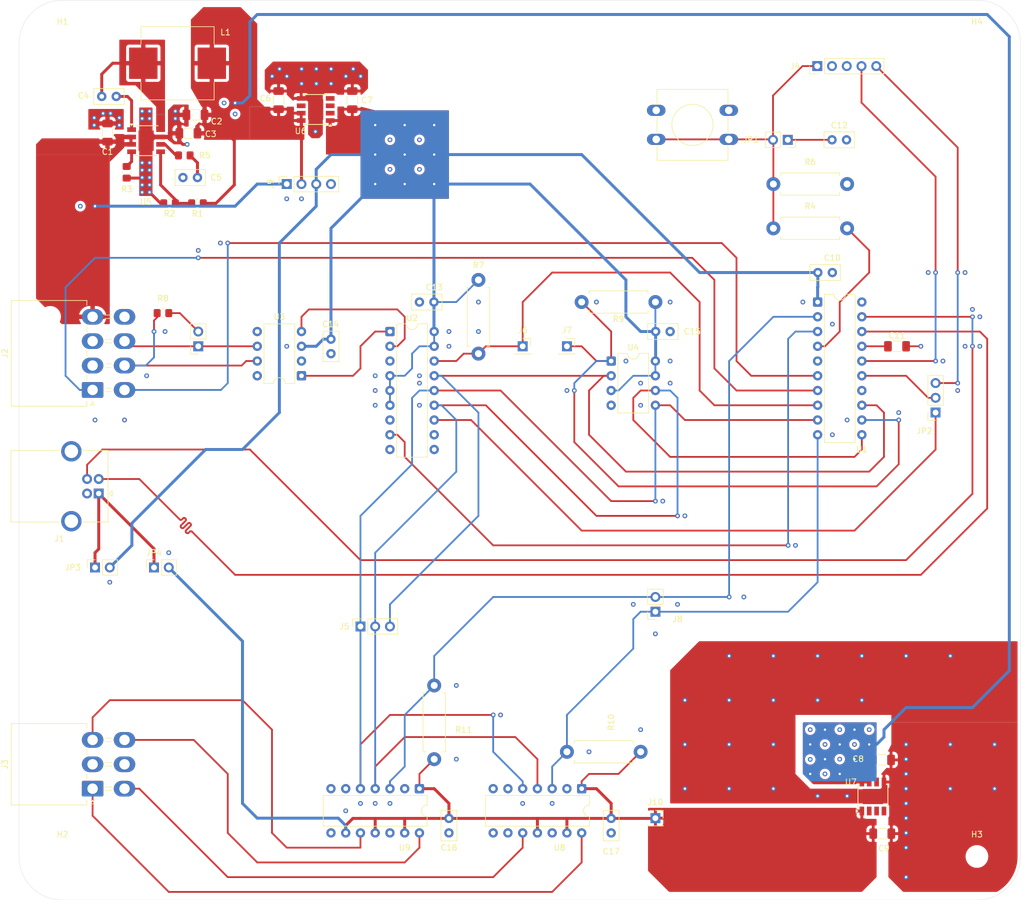
<source format=kicad_pcb>
(kicad_pcb (version 20241229) (generator "pcbnew") (generator_version "9.0")
  (layers (0 "F.Cu" signal) (4 "In1.Cu" signal) (6 "In2.Cu" signal) (2 "B.Cu" power) (13 "F.Paste" user) (15 "B.Paste" user) (5 "F.SilkS" user "F.Silkscreen") (7 "B.SilkS" user "B.Silkscreen") (1 "F.Mask" user) (3 "B.Mask" user) (25 "Edge.Cuts" user))
  (net 0 "")
  (net 1 "+12V")
  (net 2 "GND")
  (net 3 "+6.5V")
  (net 4 "Net-(U5-BST)")
  (net 5 "Net-(U5-SW)")
  (net 6 "Net-(C5-Pad2)")
  (net 7 "+5V")
  (net 8 "+5VA")
  (net 9 "Net-(U1-Vusb3v3)")
  (net 10 "Net-(JP1-A)")
  (net 12 "/USB_D+")
  (net 13 "VBUS")
  (net 15 "/USB_D-")
  (net 16 "/CAN_L")
  (net 17 "/Tach")
  (net 18 "/Speed")
  (net 19 "/CAN_H")
  (net 20 "/AN1")
  (net 21 "/AN4")
  (net 22 "/AN2")
  (net 23 "/AN3")
  (net 24 "/ICSP_~{MCLR}")
  (net 25 "/ICSP_CLK")
  (net 26 "/ICSP_DAT")
  (net 27 "/DAC1_~{CS}")
  (net 28 "/MISO")
  (net 29 "/ROM_~{CS}")
  (net 30 "/DAC2_~{CS}")
  (net 31 "/SCK")
  (net 32 "/MOSI")
  (net 33 "/CAN_~{CS}")
  (net 34 "/INT")
  (net 35 "Net-(JP5-B)")
  (net 36 "Net-(U5-FB)")
  (net 37 "Net-(U5-RT{slash}CLK)")
  (net 38 "/~{MCLR}")
  (net 39 "Net-(U5-COMP)")
  (net 41 "/CLK")
  (net 42 "/CAN_RX")
  (net 47 "/CAN_TX")
  (net 64 "/INT{slash}ICSP_CLK")
  (footprint "Connector_PinSocket_2.54mm:PinSocket_1x02_P2.54mm_Vertical" (layer "F.Cu") (at 55.88 134.62 180)
    (property "Reference" "JP5" (hide yes))
    (property "Value" "Term")
  )
  (footprint "Package_DIP:DIP-14_W7.62mm" (layer "F.Cu") (at 121.92 210.82 -90)
    (property "Reference" "U8")
    (property "Value" "MCP4912" (hide yes))
  )
  (footprint "Capacitor_THT:C_Disc_D5.0mm_W2.5mm_P2.50mm" (layer "F.Cu") (at 137.16 132.08 180)
    (property "Reference" "C15")
    (property "Value" "100n" (hide yes))
  )
  (footprint "Connector_PinSocket_2.54mm:PinSocket_1x01_P2.54mm_Vertical" (layer "F.Cu") (at 111.76 134.62)
    (property "Reference" "J6")
    (property "Value" "CAN CS")
  )
  (footprint "Connector_PinSocket_2.54mm:PinSocket_1x02_P2.54mm_Vertical" (layer "F.Cu") (at 38.1 172.72 90)
    (property "Reference" "JP3")
    (property "Value" "USB_PWR")
  )
  (footprint "Capacitor_THT:C_Disc_D5.0mm_W2.5mm_P2.50mm" (layer "F.Cu") (at 93.98 127)
    (property "Reference" "C13")
    (property "Value" "100n" (hide yes))
  )
  (footprint "Connector_PinHeader_2.54mm:PinHeader_1x05_P2.54mm_Vertical" (layer "F.Cu") (at 162.5 86.36 90)
    (property "Reference" "J4")
    (property "Value" "ICSP")
  )
  (footprint "Capacitor_THT:C_Disc_D5.0mm_W2.5mm_P2.50mm" (layer "F.Cu") (at 99.06 215.94 -90)
    (property "Reference" "C16")
    (property "Value" "100n" (hide yes))
  )
  (footprint "Connector_PinSocket_2.54mm:PinSocket_1x03_P2.54mm_Vertical" (layer "F.Cu") (at 182.88 146.035 180)
    (property "Reference" "JP2")
    (property "Value" "Prog")
  )
  (footprint "Resistor_SMD:R_0805_2012Metric_Pad1.20x1.40mm_HandSolder" (layer "F.Cu") (at 49.8 128.905 180)
    (property "Reference" "R8")
    (property "Value" "120" (hide yes))
  )
  (footprint "Resistor_SMD:R_0805_2012Metric_Pad1.20x1.40mm_HandSolder" (layer "F.Cu") (at 55.745 110)
    (property "Reference" "R1")
    (property "Value" "73k2" (hide yes))
  )
  (footprint "Connector_PinSocket_2.54mm:PinSocket_1x02_P2.54mm_Vertical" (layer "F.Cu") (at 157.42 99.06 -90)
    (property "Reference" "JP1")
    (property "Value" "~{Prog}")
  )
  (footprint "Capacitor_THT:C_Disc_D5.0mm_W2.5mm_P2.50mm" (layer "F.Cu") (at 39.255 91.585)
    (property "Reference" "C4")
    (property "Value" "100n" (hide yes))
  )
  (footprint "Capacitor_THT:C_Disc_D5.0mm_W2.5mm_P2.50mm" (layer "F.Cu") (at 165.04 99.06)
    (property "Reference" "C12")
    (property "Value" "100n" (hide yes))
  )
  (footprint "Capacitor_SMD:C_1206_3216Metric_Pad1.33x1.80mm_HandSolder" (layer "F.Cu") (at 176.2375 134.62)
    (property "Reference" "C11")
    (property "Value" "1u" (hide yes))
  )
  (footprint "Package_DIP:DIP-8_W7.62mm" (layer "F.Cu") (at 127 137.16)
    (property "Reference" "U4")
    (property "Value" "25LC160C" (hide yes))
  )
  (footprint "Resistor_THT:R_Axial_DIN0411_L9.9mm_D3.6mm_P12.70mm_Horizontal" (layer "F.Cu") (at 132.08 204.47 180)
    (property "Reference" "R10")
    (property "Value" "10k" (hide yes))
  )
  (footprint "Connector_PinSocket_2.54mm:PinSocket_1x02_P2.54mm_Vertical" (layer "F.Cu") (at 134.62 180.34 180)
    (property "Reference" "J8")
    (property "Value" "DAC CS")
  )
  (footprint "Capacitor_SMD:C_1206_3216Metric_Pad1.33x1.80mm_HandSolder" (layer "F.Cu") (at 69.715 92.22 90)
    (property "Reference" "C6")
    (property "Value" "22u" (hide yes))
  )
  (footprint "Capacitor_THT:C_Disc_D5.0mm_W2.5mm_P2.50mm" (layer "F.Cu") (at 53.245 105.555)
    (property "Reference" "C5")
    (property "Value" "100n" (hide yes))
  )
  (footprint "Resistor_SMD:R_0805_2012Metric_Pad1.20x1.40mm_HandSolder" (layer "F.Cu") (at 43.553 104.65 -90)
    (property "Reference" "R3")
    (property "Value" "50k" (hide yes))
  )
  (footprint "Button_Switch_THT:SW_PUSH-12mm" (layer "F.Cu") (at 134.76 93.98)
    (property "Reference" "SW1" (hide yes))
    (property "Value" "Reset")
  )
  (footprint "Resistor_SMD:R_0805_2012Metric_Pad1.20x1.40mm_HandSolder" (layer "F.Cu") (at 50.935 110)
    (property "Reference" "R2")
    (property "Value" "10k" (hide yes))
  )
  (footprint "Connector_Molex:Molex_Mini-Fit_Jr_5569-06A2_2x03_P4.20mm_Horizontal" (layer "F.Cu") (at 37.68 210.82 90)
    (property "Reference" "J3")
    (property "Value" "Analog")
  )
  (footprint "Resistor_THT:R_Axial_DIN0411_L9.9mm_D3.6mm_P12.70mm_Horizontal" (layer "F.Cu") (at 96.52 205.74 90)
    (property "Reference" "R11")
    (property "Value" "10k" (hide yes))
  )
  (footprint "Connector_Molex:Molex_Mini-Fit_Jr_5569-08A2_2x04_P4.20mm_Horizontal" (layer "F.Cu") (at 37.68 142.14 90)
    (property "Reference" "J2")
    (property "Value" "Conn_02x04_Top_Bottom" (hide yes))
  )
  (footprint "Capacitor_THT:C_Disc_D5.0mm_W2.5mm_P2.50mm" (layer "F.Cu") (at 78.74 135.89 90)
    (property "Reference" "C14")
    (property "Value" "100n" (hide yes))
  )
  (footprint "Resistor_SMD:R_0805_2012Metric_Pad1.20x1.40mm_HandSolder" (layer "F.Cu") (at 53.475 101.745 180)
    (property "Reference" "R5")
    (property "Value" "12k" (hide yes))
  )
  (footprint "Package_DIP:DIP-14_W7.62mm" (layer "F.Cu") (at 93.98 210.82 -90)
    (property "Reference" "U9")
    (property "Value" "MCP4912" (hide yes))
  )
  (footprint "Connector_USB:USB_B_OST_USB-B1HSxx_Horizontal" (layer "F.Cu") (at 38.735 159.98 180)
    (property "Reference" "J1")
    (property "Value" "USB_B")
  )
  (footprint "Capacitor_SMD:C_1206_3216Metric_Pad1.33x1.80mm_HandSolder" (layer "F.Cu") (at 173.6475 205.861875)
    (property "Reference" "C8")
    (property "Value" "22u" (hide yes))
  )
  (footprint "MountingHole:MountingHole_3.2mm_M3_DIN965" (layer "F.Cu") (at 32.5 222.5)
    (property "Reference" "H2")
    (property "Value" "MountingHole")
  )
  (footprint "MountingHole:MountingHole_3.2mm_M3_DIN965" (layer "F.Cu") (at 190 222.5)
    (property "Reference" "H3")
    (property "Value" "MountingHole")
  )
  (footprint "Package_SO:Diodes_SO-8EP" (layer "F.Cu") (at 172.085 212.169375 90)
    (property "Reference" "U7")
    (property "Value" "AP7375Q" (hide yes))
  )
  (footprint "MountingHole:MountingHole_3.2mm_M3_DIN965" (layer "F.Cu") (at 190 82.5)
    (property "Reference" "H4")
    (property "Value" "MountingHole")
  )
  (footprint "Connector_PinSocket_2.54mm:PinSocket_1x04_P2.54mm_Vertical" (layer "F.Cu") (at 71.12 106.68 90)
    (property "Reference" "J9")
    (property "Value" "Conn_01x04_Socket" (hide yes))
  )
  (footprint "Connector_PinSocket_2.54mm:PinSocket_1x02_P2.54mm_Vertical" (layer "F.Cu") (at 48.26 172.72 90)
    (property "Reference" "JP4")
    (property "Value" "USB_PWR" (hide yes))
  )
  (footprint "Capacitor_SMD:C_1206_3216Metric_Pad1.33x1.80mm_HandSolder" (layer "F.Cu") (at 40.251 97.808 90)
    (property "Reference" "C1")
    (property "Value" "22u" (hide yes))
  )
  (footprint "Package_DIP:DIP-20_W7.62mm" (layer "F.Cu") (at 162.56 127)
    (property "Reference" "U1")
    (property "Value" "PIC16F1459-IP" (hide yes))
  )
  (footprint "Package_SO:Diodes_SO-8EP" (layer "F.Cu") (at 46.8975 99.205)
    (property "Reference" "U5")
    (property "Value" "AP64100Q" (hide yes))
  )
  (footprint "Resistor_THT:R_Axial_DIN0411_L9.9mm_D3.6mm_P12.70mm_Horizontal" (layer "F.Cu") (at 134.62 127 180)
    (property "Reference" "R9")
    (property "Value" "10k" (hide yes))
  )
  (footprint "Inductor_SMD:L_Wuerth_WE-PD-Typ-LS_Handsoldering" (layer "F.Cu") (at 52.316 85.87)
    (property "Reference" "L1")
    (property "Value" "15u" (hide yes))
  )
  (footprint "Package_DIP:DIP-18_W7.62mm" (layer "F.Cu") (at 88.9 132.08)
    (property "Reference" "U2")
    (property "Value" "MCP2515-I/P" (hide yes))
  )
  (footprint "Capacitor_SMD:C_1206_3216Metric_Pad1.33x1.80mm_HandSolder" (layer "F.Cu") (at 54.1825 97.935)
    (property "Reference" "C3")
    (property "Value" "22u" (hide yes))
  )
  (footprint "Resistor_THT:R_Axial_DIN0411_L9.9mm_D3.6mm_P12.70mm_Horizontal" (layer "F.Cu") (at 104.14 123.19 -90)
    (property "Reference" "R7")
    (property "Value" "10k" (hide yes))
  )
  (footprint "Capacitor_THT:C_Disc_D5.0mm_W2.5mm_P2.50mm" (layer "F.Cu") (at 162.6 121.92)
    (property "Reference" "C10")
    (property "Value" "100n" (hide yes))
  )
  (footprint "Connector_PinSocket_2.54mm:PinSocket_1x01_P2.54mm_Vertical" (layer "F.Cu") (at 119.38 134.62)
    (property "Reference" "J7")
    (property "Value" "ROM CS")
  )
  (footprint "Capacitor_SMD:C_1206_3216Metric_Pad1.33x1.80mm_HandSolder" (layer "F.Cu") (at 55.4025 94.76)
    (property "Reference" "C2")
    (property "Value" "22u" (hide yes))
  )
  (footprint "Resistor_THT:R_Axial_DIN0411_L9.9mm_D3.6mm_P12.70mm_Horizontal" (layer "F.Cu") (at 167.64 106.68 180)
    (property "Reference" "R6")
    (property "Value" "10k" (hide yes))
  )
  (footprint "Capacitor_SMD:C_1206_3216Metric_Pad1.33x1.80mm_HandSolder" (layer "F.Cu") (at 173.6975 218.561875)
    (property "Reference" "C9")
    (property "Value" "22u" (hide yes))
  )
  (footprint "MountingHole:MountingHole_3.2mm_M3_DIN965" (layer "F.Cu") (at 32.5 82.5)
    (property "Reference" "H1")
    (property "Value" "MountingHole")
  )
  (footprint "Connector_PinSocket_2.54mm:PinSocket_1x01_P2.54mm_Vertical" (layer "F.Cu") (at 134.62 215.9)
    (property "Reference" "J10")
    (property "Value" "+5VA")
  )
  (footprint "Package_DIP:DIP-8_W7.62mm" (layer "F.Cu") (at 73.66 139.7 180)
    (property "Reference" "U3")
    (property "Value" "MCP2561-E-P" (hide yes))
  )
  (footprint "Capacitor_THT:C_Disc_D5.0mm_W2.5mm_P2.50mm" (layer "F.Cu") (at 127 215.94 -90)
    (property "Reference" "C17")
    (property "Value" "100n" (hide yes))
  )
  (footprint "Capacitor_SMD:C_1206_3216Metric_Pad1.33x1.80mm_HandSolder" (layer "F.Cu") (at 82.415 92.22 90)
    (property "Reference" "C7")
    (property "Value" "22u" (hide yes))
  )
  (footprint "Package_SO:Diodes_SO-8EP" (layer "F.Cu") (at 76.1075 93.8325 180)
    (property "Reference" "U6")
    (property "Value" "AP7375Q" (hide yes))
  )
  (footprint "Connector_PinSocket_2.54mm:PinSocket_1x03_P2.54mm_Vertical" (layer "F.Cu") (at 83.82 182.88 90)
    (property "Reference" "J5")
    (property "Value" "SPI debug")
  )
  (footprint "Resistor_THT:R_Axial_DIN0411_L9.9mm_D3.6mm_P12.70mm_Horizontal" (layer "F.Cu") (at 154.94 114.3)
    (property "Reference" "R4")
    (property "Value" "220" (hide yes))
  )
  (gr_arc (start 25 82.5) (mid 27.196699 77.196699) (end 32.5 75) (stroke (width 0.05)) (layer "Edge.Cuts"))
  (gr_arc (start 197.5 222.5) (mid 195.303301 227.803301) (end 190 230) (stroke (width 0.05)) (layer "Edge.Cuts"))
  (gr_line (start 32.5 230) (end 190 230) (stroke (width 0.05)) (layer "Edge.Cuts"))
  (gr_arc (start 32.5 230) (mid 27.196699 227.803301) (end 25 222.5) (stroke (width 0.05)) (layer "Edge.Cuts"))
  (gr_line (start 25 222.5) (end 25 82.5) (stroke (width 0.05)) (layer "Edge.Cuts"))
  (gr_line (start 32.5 75) (end 190 75) (stroke (width 0.05)) (layer "Edge.Cuts"))
  (gr_line (start 197.5 82.5) (end 197.5 222.5) (stroke (width 0.05)) (layer "Edge.Cuts"))
  (gr_arc (start 190 75) (mid 195.303301 77.196699) (end 197.5 82.5) (stroke (width 0.05)) (layer "Edge.Cuts"))
  (via (at 38.1 110.49) (size 0.8128) (drill 0.4) (layers "F.Cu" "B.Cu") (net 1))
  (segment (start 38.1 110.49) (end 62.23 110.49) (width 0.508) (layer "B.Cu") (net 1))
  (segment (start 62.23 110.49) (end 66.04 106.68) (width 0.508) (layer "B.Cu") (net 1))
  (segment (start 66.04 106.68) (end 71.12 106.68) (width 0.508) (layer "B.Cu") (net 1))
  (segment (start 49.395 110) (end 47.49 108.095) (width 0.508) (layer "F.Cu") (net 2))
  (segment (start 53.967 99.84) (end 53.205 99.84) (width 0.508) (layer "F.Cu") (net 2))
  (segment (start 46.125 105.65) (end 46.22 105.555) (width 0.508) (layer "F.Cu") (net 2))
  (segment (start 53.205 99.84) (end 52.62 99.255) (width 0.508) (layer "F.Cu") (net 2))
  (segment (start 52.62 99.255) (end 52.62 97.935) (width 0.508) (layer "F.Cu") (net 2))
  (segment (start 177.8 134.62) (end 180.34 134.62) (width 0.3048) (layer "F.Cu") (net 2))
  (segment (start 49.935 110) (end 49.395 110) (width 0.508) (layer "F.Cu") (net 2))
  (segment (start 43.553 105.65) (end 46.125 105.65) (width 0.508) (layer "F.Cu") (net 2))
  (via (at 165.1 149.86) (size 0.8128) (drill 0.4) (layers "F.Cu" "B.Cu") (net 2))
  (via (at 139.7 203.2) (size 0.8128) (drill 0.4) (layers "F.Cu" "B.Cu") (net 2))
  (via (at 190.5 129.54) (size 0.8128) (drill 0.4) (layers "F.Cu" "B.Cu") (net 2))
  (via (at 167.64 147.32) (size 0.8128) (drill 0.4) (layers "F.Cu" "B.Cu") (net 2))
  (via (at 119.38 142.24) (size 0.8128) (drill 0.4) (layers "F.Cu" "B.Cu") (net 2))
  (via (at 132.08 200.66) (size 0.8128) (drill 0.4) (layers "F.Cu" "B.Cu") (net 2))
  (via (at 177.8 215.9) (size 0.8128) (drill 0.4) (layers "F.Cu" "B.Cu") (net 2))
  (via (at 137.16 137.16) (size 0.8128) (drill 0.4) (layers "F.Cu" "B.Cu") (net 2))
  (via (at 139.7 195.58) (size 0.8128) (drill 0.4) (layers "F.Cu" "B.Cu") (net 2))
  (via (at 177.8 226.06) (size 0.8128) (drill 0.4) (layers "F.Cu" "B.Cu") (net 2))
  (via (at 180.34 134.62) (size 0.8128) (drill 0.4) (layers "F.Cu" "B.Cu") (net 2))
  (via (at 177.8 220.98) (size 0.8128) (drill 0.4) (layers "F.Cu" "B.Cu") (net 2))
  (via (at 39.489 94.506) (size 0.8128) (drill 0.4) (layers "F.Cu" "B.Cu") (net 2))
  (via (at 88.9 99.06) (size 0.8128) (drill 0.4) (layers "F.Cu" "B.Cu") (net 2))
  (via (at 47.49 108.095) (size 0.8128) (drill 0.4) (layers "F.Cu" "B.Cu") (net 2))
  (via (at 93.98 104.14) (size 0.8128) (drill 0.4) (layers "F.Cu" "B.Cu") (net 2))
  (via (at 76.22375 89.3875) (size 0.8128) (drill 0.4) (layers "F.Cu" "B.Cu") (net 2))
  (via (at 46.22 108.095) (size 0.8128) (drill 0.4) (layers "F.Cu" "B.Cu") (net 2))
  (via (at 59.69 116.84) (size 0.8128) (drill 0.4) (layers "F.Cu" "B.Cu") (net 2))
  (via (at 86.36 142.24) (size 0.8128) (drill 0.4) (layers "F.Cu" "B.Cu") (net 2))
  (via (at 46.22 95.395) (size 0.8128) (drill 0.4) (layers "F.Cu" "B.Cu") (net 2))
  (via (at 68.60375 88.1175) (size 0.8128) (drill 0.4) (layers "F.Cu" "B.Cu") (net 2))
  (via (at 137.16 127) (size 0.8128) (drill 0.4) (layers "F.Cu" "B.Cu") (net 2))
  (via (at 38.1 147.32) (size 0.8128) (drill 0.4) (layers "F.Cu" "B.Cu") (net 2))
  (via (at 78.76375 86.8475) (size 0.8128) (drill 0.4) (layers "F.Cu" "B.Cu") (net 2))
  (via (at 46.22 104.285) (size 0.8128) (drill 0.4) (layers "F.Cu" "B.Cu") (net 2))
  (via (at 78.76375 89.3875) (size 0.8128) (drill 0.4) (layers "F.Cu" "B.Cu") (net 2))
  (via (at 93.98 140.97) (size 0.8128) (drill 0.4) (layers "F.Cu" "B.Cu") (net 2))
  (via (at 137.16 140.97) (size 0.8128) (drill 0.4) (layers "F.Cu" "B.Cu") (net 2))
  (via (at 165.1 130.81) (size 0.8128) (drill 0.4) (layers "F.Cu" "B.Cu") (net 2))
  (via (at 51.935 94.125) (size 0.8128) (drill 0.4) (layers "F.Cu" "B.Cu") (net 2))
  (via (at 186.69 142.24) (size 0.8128) (drill 0.4) (layers "F.Cu" "B.Cu") (net 2))
  (via (at 100.33 193.04) (size 0.8128) (drill 0.4) (layers "F.Cu" "B.Cu") (net 2))
  (via (at 71.12 134.62) (size 0.8128) (drill 0.4) (layers "F.Cu" "B.Cu") (net 2))
  (via (at 83.84375 88.1175) (size 0.8128) (drill 0.4) (layers "F.Cu" "B.Cu") (net 2))
  (via (at 47.49 95.395) (size 0.8128) (drill 0.4) (layers "F.Cu" "B.Cu") (net 2))
  (via (at 162.56 187.96) (size 0.8128) (drill 0.4) (layers "F.Cu" "B.Cu") (net 2))
  (via (at 73.68375 89.3875) (size 0.8128) (drill 0.4) (layers "F.Cu" "B.Cu") (net 2))
  (via (at 130.81 179.07) (size 0.8128) (drill 0.4) (layers "F.Cu" "B.Cu") (net 2))
  (via (at 86.36 213.36) (size 0.8128) (drill 0.4) (layers "F.Cu" "B.Cu") (net 2))
  (via (at 185.42 210.82) (size 0.8128) (drill 0.4) (layers "F.Cu" "B.Cu") (net 2))
  (via (at 47.49 106.825) (size 0.8128) (drill 0.4) (layers "F.Cu" "B.Cu") (net 2))
  (via (at 177.8 210.82) (size 0.8128) (drill 0.4) (layers "F.Cu" "B.Cu") (net 2))
  (via (at 134.62 184.15) (size 0.8128) (drill 0.4) (layers "F.Cu" "B.Cu") (net 2))
  (via (at 129.54 137.16) (size 0.8128) (drill 0.4) (layers "F.Cu" "B.Cu") (net 2))
  (via (at 161.29 205.776875) (size 0.8128) (drill 0.4) (layers "F.Cu" "B.Cu") (net 2))
  (via (at 193.04 210.82) (size 0.8128) (drill 0.4) (layers "F.Cu" "B.Cu") (net 2))
  (via (at 37.965 96.538) (size 0.8128) (drill 0.4) (layers "F.Cu" "B.Cu") (net 2))
  (via (at 71.14375 88.1175) (size 0.8128) (drill 0.4) (layers "F.Cu" "B.Cu") (net 2))
  (via (at 55.88 118.11) (size 0.8128) (drill 0.4) (layers "F.Cu" "B.Cu") (net 2))
  (via (at 166.37 200.66) (size 0.8128) (drill 0.4) (layers "F.Cu" "B.Cu") (net 2))
  (via (at 100.33 205.74) (size 0.8128) (drill 0.4) (layers "F.Cu" "B.Cu") (net 2))
  (via (at 181.61 121.92) (size 0.8128) (drill 0.4) (layers "F.Cu" "B.Cu") (net 2))
  (via (at 177.8 218.44) (size 0.8128) (drill 0.4) (layers "F.Cu" "B.Cu") (net 2))
  (via (at 35.56 110.49) (size 0.8128) (drill 0.4) (layers "F.Cu" "B.Cu") (net 2))
  (via (at 111.76 213.36) (size 0.8128) (drill 0.4) (layers "F.Cu" "B.Cu") (net 2))
  (via (at 138.43 179.07) (size 0.8128) (drill 0.4) (layers "F.Cu" "B.Cu") (net 2))
  (via (at 47.49 105.555) (size 0.8128) (drill 0.4) (layers "F.Cu" "B.Cu") (net 2))
  (via (at 149.86 177.8) (size 0.8128) (drill 0.4) (layers "F.Cu" "B.Cu") (net 2))
  (via (at 177.8 203.2) (size 0.8128) (drill 0.4) (layers "F.Cu" "B.Cu") (net 2))
  (via (at 86.36 144.78) (size 0.8128) (drill 0.4) (layers "F.Cu" "B.Cu") (net 2))
  (via (at 93.98 99.06) (size 0.8128) (drill 0.4) (layers "F.Cu" "B.Cu") (net 2))
  (via (at 189.23 128.27) (size 0.8128) (drill 0.4) (layers "F.Cu" "B.Cu") (net 2))
  (via (at 177.8 187.96) (size 0.8128) (drill 0.4) (layers "F.Cu" "B.Cu") (net 2))
  (via (at 107.95 198.12) (size 0.8128) (drill 0.4) (layers "F.Cu" "B.Cu") (net 2))
  (via (at 50.165 132.08) (size 0.8128) (drill 0.4) (layers "F.Cu" "B.Cu") (net 2))
  (via (at 158.75 168.91) (size 0.8128) (drill 0.4) (layers "F.Cu" "B.Cu") (net 2))
  (via (at 154.94 187.96) (size 0.8128) (drill 0.4) (layers "F.Cu" "B.Cu") (net 2))
  (via (at 187.96 121.92) (size 0.8128) (drill 0.4) (layers "F.Cu" "B.Cu") (net 2))
  (via (at 163.83 208.28) (size 0.8128) (drill 0.4) (layers "F.Cu" "B.Cu") (net 2))
  (via (at 53.967 99.84) (size 0.8128) (drill 0.4) (layers "F.Cu" "B.Cu") (net 2))
  (via (at 43.18 147.32) (size 0.8128) (drill 0.4) (layers "F.Cu" "B.Cu") (net 2))
  (via (at 37.965 95.268) (size 0.8128) (drill 0.4) (layers "F.Cu" "B.Cu") (net 2))
  (via (at 132.08 140.97) (size 0.8128) (drill 0.4) (layers "F.Cu" "B.Cu") (net 2))
  (via (at 168.91 203.2) (size 0.8128) (drill 0.4) (layers "F.Cu" "B.Cu") (net 2))
  (via (at 163.83 203.2) (size 0.8128) (drill 0.4) (layers "F.Cu" "B.Cu") (net 2))
  (via (at 88.9 104.14) (size 0.8128) (drill 0.4) (layers "F.Cu" "B.Cu") (net 2))
  (via (at 160.02 127) (size 0.8128) (drill 0.4) (layers "F.Cu" "B.Cu") (net 2))
  (via (at 47.49 104.285) (size 0.8128) (drill 0.4) (layers "F.Cu" "B.Cu") (net 2))
  (via (at 184.15 137.16) (size 0.8128) (drill 0.4) (layers "F.Cu" "B.Cu") (net 2))
  (via (at 62.23 94.615) (size 0.8128) (drill 0.4) (layers "F.Cu" "B.Cu") (net 2))
  (via (at 40.64 175.26) (size 0.8128) (drill 0.4) (layers "F.Cu" "B.Cu") (net 2))
  (via (at 99.06 134.62) (size 0.8128) (drill 0.4) (layers "F.Cu" "B.Cu") (net 2))
  (via (at 162.56 212.09) (size 0.8128) (drill 0.4) (layers "F.Cu" "B.Cu") (net 2))
  (via (at 76.22375 86.8475) (size 0.8128) (drill 0.4) (layers "F.Cu" "B.Cu") (net 2))
  (via (at 93.98 139.7) (size 0.8128) (drill 0.4) (layers "F.Cu" "B.Cu") (net 2))
  (via (at 83.82 213.36) (size 0.8128) (drill 0.4) (layers "F.Cu" "B.Cu") (net 2))
  (via (at 123.19 204.47) (size 0.8128) (drill 0.4) (layers "F.Cu" "B.Cu") (net 2))
  (via (at 170.18 187.96) (size 0.8128) (drill 0.4) (layers "F.Cu" "B.Cu") (net 2))
  (via (at 171.45 200.66) (size 0.8128) (drill 0.4) (layers "F.Cu" "B.Cu") (net 2))
  (via (at 51.935 95.395) (size 0.8128) (drill 0.4) (layers "F.Cu" "B.Cu") (net 2))
  (via (at 42.283 95.268) (size 0.8128) (drill 0.4) (layers "F.Cu" "B.Cu") (net 2))
  (via (at 46.22 106.825) (size 0.8128) (drill 0.4) (layers "F.Cu" "B.Cu") (net 2))
  (via (at 124.46 127) (size 0.8128) (drill 0.4) (layers "F.Cu" "B.Cu") (net 2))
  (via (at 170.18 195.58) (size 0.8128) (drill 0.4) (layers "F.Cu" "B.Cu") (net 2))
  (via (at 60.325 92.71) (size 0.8128) (drill 0.4) (layers "F.Cu" "B.Cu") (net 2))
  (via (at 42.283 96.538) (size 0.8128) (drill 0.4) (layers "F.Cu" "B.Cu") (net 2))
  (via (at 147.32 203.2) (size 0.8128) (drill 0.4) (layers "F.Cu" "B.Cu") (net 2))
  (via (at 71.12 109.22) (size 0.8128) (drill 0.4) (layers "F.Cu" "B.Cu") (net 2))
  (via (at 135.89 161.29) (size 0.8128) (drill 0.4) (layers "F.Cu" "B.Cu") (net 2))
  (via (at 139.7 210.82) (size 0.8128) (drill 0.4) (layers "F.Cu" "B.Cu") (net 2))
  (via (at 81.28 214.63) (size 0.8128) (drill 0.4) (layers "F.Cu" "B.Cu") (net 2))
  (via (at 154.94 210.82) (size 0.8128) (drill 0.4) (layers "F.Cu" "B.Cu") (net 2))
  (via (at 88.9 213.36) (size 0.8128) (drill 0.4) (layers "F.Cu" "B.Cu") (net 2))
  (via (at 46.22 105.555) (size 0.8128) (drill 0.4) (layers "F.Cu" "B.Cu") (net 2))
  (via (at 99.06 132.08) (size 0.8128) (drill 0.4) (layers "F.Cu" "B.Cu") (net 2))
  (via (at 154.94 195.58) (size 0.8128) (drill 0.4) (layers "F.Cu" "B.Cu") (net 2))
  (via (at 147.32 210.82) (size 0.8128) (drill 0.4) (layers "F.Cu" "B.Cu") (net 2))
  (via (at 193.04 203.2) (size 0.8128) (drill 0.4) (layers "F.Cu" "B.Cu") (net 2))
  (via (at 73.66 109.22) (size 0.8128) (drill 0.4) (layers "F.Cu" "B.Cu") (net 2))
  (via (at 139.7 163.83) (size 0.8128) (drill 0.4) (layers "F.Cu" "B.Cu") (net 2))
  (via (at 162.56 195.58) (size 0.8128) (drill 0.4) (layers "F.Cu" "B.Cu") (net 2))
  (via (at 82.57375 86.8475) (size 0.8128) (drill 0.4) (layers "F.Cu" "B.Cu") (net 2))
  (via (at 161.29 200.66) (size 0.8128) (drill 0.4) (layers "F.Cu" "B.Cu") (net 2))
  (via (at 132.08 144.78) (size 0.8128) (drill 0.4) (layers "F.Cu" "B.Cu") (net 2))
  (via (at 177.8 208.28) (size 0.8128) (drill 0.4) (layers "F.Cu" "B.Cu") (net 2))
  (via (at 69.87375 86.8475) (size 0.8128) (drill 0.4) (layers "F.Cu" "B.Cu") (net 2))
  (via (at 147.32 187.96) (size 0.8128) (drill 0.4) (layers "F.Cu" "B.Cu") (net 2))
  (via (at 40.759 94.506) (size 0.8128) (drill 0.4) (layers "F.Cu" "B.Cu") (net 2))
  (via (at 185.42 203.2) (size 0.8128) (drill 0.4) (layers "F.Cu" "B.Cu") (net 2))
  (via (at 166.37 205.74) (size 0.8128) (drill 0.4) (layers "F.Cu" "B.Cu") (net 2))
  (via (at 76.065 97.6425) (size 0.8128) (drill 0.4) (layers "F.Cu" "B.Cu") (net 2))
  (via (at 187.96 134.62) (size 0.8128) (drill 0.4) (layers "F.Cu" "B.Cu") (net 2))
  (via (at 46.99 139.7) (size 0.8128) (drill 0.4) (layers "F.Cu" "B.Cu") (net 2))
  (via (at 177.8 205.74) (size 0.8128) (drill 0.4) (layers "F.Cu" "B.Cu") (net 2))
  (via (at 93.98 144.78) (size 0.8128) (drill 0.4) (layers "F.Cu" "B.Cu") (net 2))
  (via (at 177.8 213.36) (size 0.8128) (drill 0.4) (layers "F.Cu" "B.Cu") (net 2))
  (via (at 46.22 103.015) (size 0.8128) (drill 0.4) (layers "F.Cu" "B.Cu") (net 2))
  (via (at 116.84 213.36) (size 0.8128) (drill 0.4) (layers "F.Cu" "B.Cu") (net 2))
  (via (at 46.22 94.125) (size 0.8128) (drill 0.4) (layers "F.Cu" "B.Cu") (net 2))
  (via (at 104.14 132.08) (size 0.8128) (drill 0.4) (layers "F.Cu" "B.Cu") (net 2))
  (via (at 190.5 134.62) (size 0.8128) (drill 0.4) (layers "F.Cu" "B.Cu") (net 2))
  (via (at 104.14 127) (size 0.8128) (drill 0.4) (layers "F.Cu" "B.Cu") (net 2))
  (via (at 185.42 187.96) (size 0.8128) (drill 0.4) (layers "F.Cu" "B.Cu") (net 2))
  (via (at 47.49 103.015) (size 0.8128) (drill 0.4) (layers "F.Cu" "B.Cu") (net 2))
  (via (at 81.30375 88.1175) (size 0.8128) (drill 0.4) (layers "F.Cu" "B.Cu") (net 2))
  (via (at 50.8 170.18) (size 0.8128) (drill 0.4) (layers "F.Cu" "B.Cu") (net 2))
  (via (at 73.68375 86.8475) (size 0.8128) (drill 0.4) (layers "F.Cu" "B.Cu") (net 2))
  (via (at 147.32 195.58) (size 0.8128) (drill 0.4) (layers "F.Cu" "B.Cu") (net 2))
  (via (at 176.53 146.05) (size 0.8128) (drill 0.4) (layers "F.Cu" "B.Cu") (net 2))
  (via (at 154.94 203.2) (size 0.8128) (drill 0.4) (layers "F.Cu" "B.Cu") (net 2))
  (via (at 86.36 139.7) (size 0.8128) (drill 0.4) (layers "F.Cu" "B.Cu") (net 2))
  (via (at 167.64 212.09) (size 0.8128) (drill 0.4) (layers "F.Cu" "B.Cu") (net 2))
  (via (at 47.49 94.125) (size 0.8128) (drill 0.4) (layers "F.Cu" "B.Cu") (net 2))
  (segment (start 60.825 97.935) (end 55.745 97.935) (width 0.508) (layer "F.Cu") (net 3))
  (segment (start 62.095 106.825) (end 62.095 99.205) (width 0.508) (layer "F.Cu") (net 3))
  (segment (start 62.095 99.205) (end 60.825 97.935) (width 0.508) (layer "F.Cu") (net 3))
  (segment (start 73.66 106.68) (end 73.66 95.7875) (width 0.508) (layer "F.Cu") (net 3))
  (segment (start 73.66 95.7875) (end 73.61 95.7375) (width 0.508) (layer "F.Cu") (net 3))
  (segment (start 56.745 110) (end 58.92 110) (width 0.508) (layer "F.Cu") (net 3))
  (segment (start 58.92 110) (end 62.095 106.825) (width 0.508) (layer "F.Cu") (net 3))
  (via (at 161.29 208.28) (size 0.8128) (drill 0.4) (layers "F.Cu" "B.Cu") (net 3))
  (via (at 163.83 205.74) (size 0.8128) (drill 0.4) (layers "F.Cu" "B.Cu") (net 3))
  (via (at 163.83 200.66) (size 0.8128) (drill 0.4) (layers "F.Cu" "B.Cu") (net 3))
  (via (at 166.37 208.28) (size 0.8128) (drill 0.4) (layers "F.Cu" "B.Cu") (net 3))
  (via (at 168.91 200.66) (size 0.8128) (drill 0.4) (layers "F.Cu" "B.Cu") (net 3))
  (via (at 171.45 203.2) (size 0.8128) (drill 0.4) (layers "F.Cu" "B.Cu") (net 3))
  (via (at 168.91 205.74) (size 0.8128) (drill 0.4) (layers "F.Cu" "B.Cu") (net 3))
  (via (at 161.29 203.2) (size 0.8128) (drill 0.4) (layers "F.Cu" "B.Cu") (net 3))
  (via (at 166.37 203.2) (size 0.8128) (drill 0.4) (layers "F.Cu" "B.Cu") (net 3))
  (via (at 62.23 92.71) (size 0.8128) (drill 0.4) (layers "F.Cu" "B.Cu") (net 3))
  (segment (start 177.8 196.85) (end 173.99 200.66) (width 0.508) (layer "B.Cu") (net 3))
  (segment (start 173.99 201.93) (end 172.756875 203.163125) (width 0.508) (layer "B.Cu") (net 3))
  (segment (start 191.77 77.47) (end 195.58 81.28) (width 0.508) (layer "B.Cu") (net 3))
  (segment (start 64.77 78.74) (end 66.04 77.47) (width 0.508) (layer "B.Cu") (net 3))
  (segment (start 195.58 190.5) (end 189.23 196.85) (width 0.508) (layer "B.Cu") (net 3))
  (segment (start 195.58 81.28) (end 195.58 190.5) (width 0.508) (layer "B.Cu") (net 3))
  (segment (start 64.77 91.44) (end 64.77 78.74) (width 0.508) (layer "B.Cu") (net 3))
  (segment (start 66.04 77.47) (end 191.77 77.47) (width 0.508) (layer "B.Cu") (net 3))
  (segment (start 172.756875 203.163125) (end 171.45 203.163125) (width 0.508) (layer "B.Cu") (net 3))
  (segment (start 62.23 92.71) (end 63.5 92.71) (width 0.508) (layer "B.Cu") (net 3))
  (segment (start 173.99 200.66) (end 173.99 201.93) (width 0.508) (layer "B.Cu") (net 3))
  (segment (start 63.5 92.71) (end 64.77 91.44) (width 0.508) (layer "B.Cu") (net 3))
  (segment (start 189.23 196.85) (end 177.8 196.85) (width 0.508) (layer "B.Cu") (net 3))
  (segment (start 44.4 97.3) (end 44.4 92.305) (width 0.508) (layer "F.Cu") (net 4))
  (segment (start 44.4 92.305) (end 43.68 91.585) (width 0.508) (layer "F.Cu") (net 4))
  (segment (start 43.68 91.585) (end 41.755 91.585) (width 0.508) (layer "F.Cu") (net 4))
  (segment (start 39.255 91.585) (end 39.255 87.755) (width 0.508) (layer "F.Cu") (net 5))
  (segment (start 41.14 85.87) (end 46.416 85.87) (width 0.508) (layer "F.Cu") (net 5))
  (segment (start 39.255 87.755) (end 41.14 85.87) (width 0.508) (layer "F.Cu") (net 5))
  (segment (start 55.745 103.015) (end 54.475 101.745) (width 0.508) (layer "F.Cu") (net 6))
  (segment (start 55.745 105.555) (end 55.745 103.015) (width 0.508) (layer "F.Cu") (net 6))
  (via (at 96.52 106.68) (size 0.8128) (drill 0.4) (layers "F.Cu" "B.Cu") (net 7))
  (via (at 96.52 101.6) (size 0.8128) (drill 0.4) (layers "F.Cu" "B.Cu") (net 7))
  (via (at 91.44 106.68) (size 0.8128) (drill 0.4) (layers "F.Cu" "B.Cu") (net 7))
  (via (at 91.44 96.52) (size 0.8128) (drill 0.4) (layers "F.Cu" "B.Cu") (net 7))
  (via (at 91.44 101.6) (size 0.8128) (drill 0.4) (layers "F.Cu" "B.Cu") (net 7))
  (via (at 86.36 106.68) (size 0.8128) (drill 0.4) (layers "F.Cu" "B.Cu") (net 7))
  (via (at 86.36 96.52) (size 0.8128) (drill 0.4) (layers "F.Cu" "B.Cu") (net 7))
  (via (at 96.52 96.52) (size 0.8128) (drill 0.4) (layers "F.Cu" "B.Cu") (net 7))
  (via (at 86.36 101.6) (size 0.8128) (drill 0.4) (layers "F.Cu" "B.Cu") (net 7))
  (segment (start 92.71 135.89) (end 93.98 134.62) (width 0.3048) (layer "B.Cu") (net 7))
  (segment (start 78.74 133.39) (end 78.74 114.3) (width 0.508) (layer "B.Cu") (net 7))
  (segment (start 113.03 106.68) (end 129.54 123.19) (width 0.508) (layer "B.Cu") (net 7))
  (segment (start 130.81 139.7) (end 128.27 142.24) (width 0.3048) (layer "B.Cu") (net 7))
  (segment (start 162.6 121.92) (end 142.24 121.92) (width 0.508) (layer "B.Cu") (net 7))
  (segment (start 88.9 139.7) (end 91.44 139.7) (width 0.3048) (layer "B.Cu") (net 7))
  (segment (start 162.6 124.42) (end 162.6 121.92) (width 0.508) (layer "B.Cu") (net 7))
  (segment (start 92.71 138.43) (end 92.71 135.89) (width 0.3048) (layer "B.Cu") (net 7))
  (segment (start 96.52 134.62) (end 96.52 132.08) (width 0.3048) (layer "B.Cu") (net 7))
  (segment (start 96.48 106.72) (end 96.52 106.68) (width 0.508) (layer "B.Cu") (net 7))
  (segment (start 93.98 134.62) (end 96.52 134.62) (width 0.3048) (layer "B.Cu") (net 7))
  (segment (start 129.54 123.19) (end 129.54 129.54) (width 0.508) (layer "B.Cu") (net 7))
  (segment (start 76.2 106.68) (end 76.2 104.14) (width 0.508) (layer "B.Cu") (net 7))
  (segment (start 134.62 132.04) (end 134.66 132.08) (width 0.3048) (layer "B.Cu") (net 7))
  (segment (start 104.14 123.19) (end 100.33 127) (width 0.3048) (layer "B.Cu") (net 7))
  (segment (start 134.66 137.12) (end 134.62 137.16) (width 0.508) (layer "B.Cu") (net 7))
  (segment (start 134.66 132.08) (end 134.66 137.12) (width 0.508) (layer "B.Cu") (net 7))
  (segment (start 129.54 129.54) (end 132.08 132.08) (width 0.508) (layer "B.Cu") (net 7))
  (segment (start 96.48 132.04) (end 96.52 132.08) (width 0.508) (layer "B.Cu") (net 7))
  (segment (start 40.64 172.72) (end 44.45 168.91) (width 0.508) (layer "B.Cu") (net 7))
  (segment (start 134.62 139.7) (end 134.62 137.16) (width 0.3048) (layer "B.Cu") (net 7))
  (segment (start 132.08 132.08) (end 134.66 132.08) (width 0.508) (layer "B.Cu") (net 7))
  (segment (start 121.92 101.6) (end 96.52 101.6) (width 0.508) (layer "B.Cu") (net 7))
  (segment (start 76.2 104.14) (end 78.74 101.6) (width 0.508) (layer "B.Cu") (net 7))
  (segment (start 73.66 134.62) (end 76.2 134.62) (width 0.508) (layer "B.Cu") (net 7))
  (segment (start 44.45 165.1) (end 57.15 152.4) (width 0.508) (layer "B.Cu") (net 7))
  (segment (start 96.48 127) (end 96.48 106.72) (width 0.508) (layer "B.Cu") (net 7))
  (segment (start 76.2 134.62) (end 77.43 133.39) (width 0.508) (layer "B.Cu") (net 7))
  (segment (start 100.33 127) (end 96.48 127) (width 0.3048) (layer "B.Cu") (net 7))
  (segment (start 44.45 168.91) (end 44.45 165.1) (width 0.508) (layer "B.Cu") (net 7))
  (segment (start 78.74 114.3) (end 86.36 106.68) (width 0.508) (layer "B.Cu") (net 7))
  (segment (start 128.27 142.24) (end 127 142.24) (width 0.3048) (layer "B.Cu") (net 7))
  (segment (start 96.48 127) (end 96.48 132.04) (width 0.508) (layer "B.Cu") (net 7))
  (segment (start 78.74 101.6) (end 86.36 101.6) (width 0.508) (layer "B.Cu") (net 7))
  (segment (start 63.5 152.4) (end 69.85 146.05) (width 0.508) (layer "B.Cu") (net 7))
  (segment (start 162.56 127) (end 162.56 124.46) (width 0.508) (layer "B.Cu") (net 7))
  (segment (start 76.2 110.49) (end 76.2 106.68) (width 0.508) (layer "B.Cu") (net 7))
  (segment (start 91.44 139.7) (end 92.71 138.43) (width 0.3048) (layer "B.Cu") (net 7))
  (segment (start 88.9 144.78) (end 88.9 139.7) (width 0.3048) (layer "B.Cu") (net 7))
  (segment (start 77.43 133.39) (end 78.74 133.39) (width 0.508) (layer "B.Cu") (net 7))
  (segment (start 69.85 146.05) (end 69.85 116.84) (width 0.508) (layer "B.Cu") (net 7))
  (segment (start 134.62 139.7) (end 130.81 139.7) (width 0.3048) (layer "B.Cu") (net 7))
  (segment (start 96.52 106.68) (end 113.03 106.68) (width 0.508) (layer "B.Cu") (net 7))
  (segment (start 142.24 121.92) (end 121.92 101.6) (width 0.508) (layer "B.Cu") (net 7))
  (segment (start 69.85 116.84) (end 76.2 110.49) (width 0.508) (layer "B.Cu") (net 7))
  (segment (start 162.56 124.46) (end 162.6 124.42) (width 0.508) (layer "B.Cu") (net 7))
  (segment (start 134.62 127) (end 134.62 132.04) (width 0.3048) (layer "B.Cu") (net 7))
  (segment (start 57.15 152.4) (end 63.5 152.4) (width 0.508) (layer "B.Cu") (net 7))
  (segment (start 124.46 210.82) (end 121.92 210.82) (width 0.508) (layer "F.Cu") (net 8))
  (segment (start 119.38 218.44) (end 119.38 215.94) (width 0.508) (layer "F.Cu") (net 8))
  (segment (start 127 215.94) (end 134.58 215.94) (width 0.508) (layer "F.Cu") (net 8))
  (segment (start 134.58 215.94) (end 134.62 215.9) (width 0.508) (layer "F.Cu") (net 8))
  (segment (start 127 215.94) (end 127 213.36) (width 0.508) (layer "F.Cu") (net 8))
  (segment (start 96.52 205.74) (end 93.98 208.28) (width 0.3048) (layer "F.Cu") (net 8))
  (segment (start 132.08 204.47) (end 128.27 208.28) (width 0.3048) (layer "F.Cu") (net 8))
  (segment (start 93.98 208.28) (end 93.98 210.82) (width 0.3048) (layer "F.Cu") (net 8))
  (segment (start 91.44 218.44) (end 91.44 215.94) (width 0.508) (layer "F.Cu") (net 8))
  (segment (start 86.36 215.94) (end 83.72 215.94) (width 0.508) (layer "F.Cu") (net 8))
  (segment (start 123.19 208.28) (end 121.92 209.55) (width 0.3048) (layer "F.Cu") (net 8))
  (segment (start 119.38 215.94) (end 114.3 215.94) (width 0.508) (layer "F.Cu") (net 8))
  (segment (start 127 215.94) (end 119.38 215.94) (width 0.508) (layer "F.Cu") (net 8))
  (segment (start 81.28 217.17) (end 81.28 218.44) (width 0.508) (layer "F.Cu") (net 8))
  (segment (start 128.27 208.28) (end 123.19 208.28) (width 0.3048) (layer "F.Cu") (net 8))
  (segment (start 83.72 215.94) (end 82.51 215.94) (width 0.508) (layer "F.Cu") (net 8))
  (segment (start 99.06 215.94) (end 91.44 215.94) (width 0.508) (layer "F.Cu") (net 8))
  (segment (start 91.44 215.94) (end 86.36 215.94) (width 0.508) (layer "F.Cu") (net 8))
  (segment (start 99.06 215.94) (end 99.06 213.36) (width 0.508) (layer "F.Cu") (net 8))
  (segment (start 82.51 215.94) (end 81.28 217.17) (width 0.508) (layer "F.Cu") (net 8))
  (segment (start 86.36 218.44) (end 86.36 215.94) (width 0.508) (layer "F.Cu") (net 8))
  (segment (start 114.3 218.44) (end 114.3 215.94) (width 0.508) (layer "F.Cu") (net 8))
  (segment (start 127 213.36) (end 124.46 210.82) (width 0.508) (layer "F.Cu") (net 8))
  (segment (start 96.52 210.82) (end 93.98 210.82) (width 0.508) (layer "F.Cu") (net 8))
  (segment (start 121.92 209.55) (end 121.92 210.82) (width 0.3048) (layer "F.Cu") (net 8))
  (segment (start 99.06 213.36) (end 96.52 210.82) (width 0.508) (layer "F.Cu") (net 8))
  (segment (start 114.3 215.94) (end 99.06 215.94) (width 0.508) (layer "F.Cu") (net 8))
  (segment (start 50.8 172.72) (end 63.5 185.42) (width 0.508) (layer "B.Cu") (net 8))
  (segment (start 63.5 185.42) (end 63.5 213.36) (width 0.508) (layer "B.Cu") (net 8))
  (segment (start 81.28 217.17) (end 81.28 218.44) (width 0.508) (layer "B.Cu") (net 8))
  (segment (start 66.04 215.9) (end 80.01 215.9) (width 0.508) (layer "B.Cu") (net 8))
  (segment (start 80.01 215.9) (end 81.28 217.17) (width 0.508) (layer "B.Cu") (net 8))
  (segment (start 63.5 213.36) (end 66.04 215.9) (width 0.508) (layer "B.Cu") (net 8))
  (segment (start 170.18 134.62) (end 174.675 134.62) (width 0.3048) (layer "F.Cu") (net 9))
  (segment (start 157.42 99.06) (end 165.04 99.06) (width 0.3048) (layer "F.Cu") (net 10))
  (segment (start 36.735 155.035) (end 39.37 152.4) (width 0.3048) (layer "F.Cu") (net 12))
  (segment (start 39.37 152.4) (end 64.77 152.4) (width 0.3048) (layer "F.Cu") (net 12))
  (segment (start 177.799999 171.45) (end 189.23 160.019999) (width 0.3048) (layer "F.Cu") (net 12))
  (segment (start 83.82 171.45) (end 177.799999 171.45) (width 0.3048) (layer "F.Cu") (net 12))
  (segment (start 64.77 152.4) (end 83.82 171.45) (width 0.3048) (layer "F.Cu") (net 12))
  (segment (start 189.23 160.019999) (end 189.23 134.62) (width 0.3048) (layer "F.Cu") (net 12))
  (segment (start 170.18 129.54) (end 189.23 129.54) (width 0.3048) (layer "F.Cu") (net 12))
  (segment (start 36.735 157.48) (end 36.735 155.035) (width 0.3048) (layer "F.Cu") (net 12))
  (via (at 189.23 129.54) (size 0.8128) (drill 0.4) (layers "F.Cu" "B.Cu") (net 12))
  (via (at 189.23 134.62) (size 0.8128) (drill 0.4) (layers "F.Cu" "B.Cu") (net 12))
  (segment (start 189.23 129.54) (end 189.23 134.62) (width 0.3048) (layer "B.Cu") (net 12))
  (segment (start 38.1 170.18) (end 38.1 172.72) (width 0.508) (layer "F.Cu") (net 13))
  (segment (start 48.26 169.505) (end 38.735 159.98) (width 0.508) (layer "F.Cu") (net 13))
  (segment (start 48.26 172.72) (end 48.26 169.505) (width 0.508) (layer "F.Cu") (net 13))
  (segment (start 38.735 169.545) (end 38.1 170.18) (width 0.508) (layer "F.Cu") (net 13))
  (segment (start 38.735 159.98) (end 38.735 169.545) (width 0.508) (layer "F.Cu") (net 13))
  (segment (start 58.469419 170.229419) (end 62.23 173.99) (width 0.3048) (layer "F.Cu") (net 15))
  (segment (start 54.170575 165.930575) (end 53.998154 166.102995) (width 0.3048) (layer "F.Cu") (net 15))
  (segment (start 62.23 173.99) (end 180.34 173.99) (width 0.3048) (layer "F.Cu") (net 15))
  (segment (start 38.735 157.48) (end 45.72 157.48) (width 0.3048) (layer "F.Cu") (net 15))
  (segment (start 53.480893 164.896052) (end 53.308472 165.068473) (width 0.3048) (layer "F.Cu") (net 15))
  (segment (start 54.564949 165.536204) (end 54.170575 165.930575) (width 0.3048) (layer "F.Cu") (net 15))
  (segment (start 54.860257 166.620257) (end 58.469419 170.229419) (width 0.3048) (layer "F.Cu") (net 15))
  (segment (start 190.5 132.08) (end 170.18 132.08) (width 0.3048) (layer "F.Cu") (net 15))
  (segment (start 191.77 133.35) (end 190.5 132.08) (width 0.3048) (layer "F.Cu") (net 15))
  (segment (start 54.207269 166.755984) (end 54.429205 166.534047) (width 0.3048) (layer "F.Cu") (net 15))
  (segment (start 180.34 173.99) (end 191.77 162.56) (width 0.3048) (layer "F.Cu") (net 15))
  (segment (start 53.049842 164.465001) (end 53.271777 164.243063) (width 0.3048) (layer "F.Cu") (net 15))
  (segment (start 53.616619 164.243063) (end 53.702829 164.329273) (width 0.3048) (layer "F.Cu") (net 15))
  (segment (start 54.774047 166.534047) (end 54.860257 166.620257) (width 0.3048) (layer "F.Cu") (net 15))
  (segment (start 52.914117 165.80767) (end 53.000327 165.89388) (width 0.3048) (layer "F.Cu") (net 15))
  (segment (start 53.308473 165.068473) (end 52.914117 165.462828) (width 0.3048) (layer "F.Cu") (net 15))
  (segment (start 54.478739 165.105152) (end 54.564949 165.191362) (width 0.3048) (layer "F.Cu") (net 15))
  (segment (start 53.702829 164.674115) (end 53.480893 164.896052) (width 0.3048) (layer "F.Cu") (net 15))
  (segment (start 53.308472 165.068473) (end 53.308473 165.068473) (width 0.3048) (layer "F.Cu") (net 15))
  (segment (start 53.345169 165.89388) (end 53.739524 165.499524) (width 0.3048) (layer "F.Cu") (net 15))
  (segment (start 53.739524 165.499524) (end 54.133895 165.10515) (width 0.3048) (layer "F.Cu") (net 15))
  (segment (start 53.776217 166.669774) (end 53.862427 166.755984) (width 0.3048) (layer "F.Cu") (net 15))
  (segment (start 45.72 157.48) (end 52.705 164.465) (width 0.3048) (layer "F.Cu") (net 15))
  (segment (start 191.77 162.56) (end 191.77 133.35) (width 0.3048) (layer "F.Cu") (net 15))
  (segment (start 53.998154 166.102995) (end 53.776217 166.324932) (width 0.3048) (layer "F.Cu") (net 15))
  (arc (start 54.564949 165.191362) (mid 54.636368 165.363783) (end 54.564949 165.536204) (width 0.3048) (layer "F.Cu") (net 15))
  (arc (start 53.000327 165.89388) (mid 53.172748 165.965299) (end 53.345169 165.89388) (width 0.3048) (layer "F.Cu") (net 15))
  (arc (start 54.429205 166.534047) (mid 54.601626 166.462628) (end 54.774047 166.534047) (width 0.3048) (layer "F.Cu") (net 15))
  (arc (start 53.702829 164.329273) (mid 53.774248 164.501694) (end 53.702829 164.674115) (width 0.3048) (layer "F.Cu") (net 15))
  (arc (start 53.862427 166.755984) (mid 54.034848 166.827403) (end 54.207269 166.755984) (width 0.3048) (layer "F.Cu") (net 15))
  (arc (start 53.271777 164.243063) (mid 53.444198 164.171644) (end 53.616619 164.243063) (width 0.3048) (layer "F.Cu") (net 15))
  (arc (start 53.776217 166.324932) (mid 53.704798 166.497353) (end 53.776217 166.669774) (width 0.3048) (layer "F.Cu") (net 15))
  (arc (start 52.914117 165.462828) (mid 52.842698 165.635249) (end 52.914117 165.80767) (width 0.3048) (layer "F.Cu") (net 15))
  (arc (start 54.133895 165.10515) (mid 54.306318 165.033733) (end 54.478739 165.105152) (width 0.3048) (layer "F.Cu") (net 15))
  (arc (start 52.705 164.465) (mid 52.877422 164.536419) (end 53.049842 164.465001) (width 0.3048) (layer "F.Cu") (net 15))
  (segment (start 44.06 134.62) (end 43.18 133.74) (width 0.3048) (layer "F.Cu") (net 16))
  (segment (start 66.04 134.62) (end 44.06 134.62) (width 0.3048) (layer "F.Cu") (net 16))
  (segment (start 144.78 123.19) (end 140.97 119.38) (width 0.3048) (layer "F.Cu") (net 17))
  (segment (start 140.97 119.38) (end 55.88 119.38) (width 0.3048) (layer "F.Cu") (net 17))
  (segment (start 144.78 138.43) (end 144.78 123.19) (width 0.3048) (layer "F.Cu") (net 17))
  (segment (start 162.56 142.24) (end 148.59 142.24) (width 0.3048) (layer "F.Cu") (net 17))
  (segment (start 148.59 142.24) (end 144.78 138.43) (width 0.3048) (layer "F.Cu") (net 17))
  (via (at 55.88 119.38) (size 0.8128) (drill 0.4) (layers "F.Cu" "B.Cu") (net 17))
  (segment (start 55.88 119.38) (end 38.1 119.38) (width 0.3048) (layer "B.Cu") (net 17))
  (segment (start 35.46 142.14) (end 37.68 142.14) (width 0.3048) (layer "B.Cu") (net 17))
  (segment (start 33.02 139.7) (end 35.46 142.14) (width 0.3048) (layer "B.Cu") (net 17))
  (segment (start 33.02 124.46) (end 33.02 139.7) (width 0.3048) (layer "B.Cu") (net 17))
  (segment (start 38.1 119.38) (end 33.02 124.46) (width 0.3048) (layer "B.Cu") (net 17))
  (segment (start 148.59 119.379999) (end 148.59 137.16) (width 0.3048) (layer "F.Cu") (net 18))
  (segment (start 148.59 137.16) (end 151.13 139.7) (width 0.3048) (layer "F.Cu") (net 18))
  (segment (start 60.96 116.84) (end 146.050001 116.84) (width 0.3048) (layer "F.Cu") (net 18))
  (segment (start 151.13 139.7) (end 162.56 139.7) (width 0.3048) (layer "F.Cu") (net 18))
  (segment (start 146.050001 116.84) (end 148.59 119.379999) (width 0.3048) (layer "F.Cu") (net 18))
  (via (at 60.96 116.84) (size 0.8128) (drill 0.4) (layers "F.Cu" "B.Cu") (net 18))
  (segment (start 60.96 140.97) (end 60.96 116.84) (width 0.3048) (layer "B.Cu") (net 18))
  (segment (start 59.79 142.14) (end 60.96 140.97) (width 0.3048) (layer "B.Cu") (net 18))
  (segment (start 43.18 142.14) (end 59.79 142.14) (width 0.3048) (layer "B.Cu") (net 18))
  (segment (start 48.8 129.635) (end 48.26 130.175) (width 0.3048) (layer "F.Cu") (net 19))
  (segment (start 66.04 137.16) (end 64.135 137.16) (width 0.3048) (layer "F.Cu") (net 19))
  (segment (start 48.8 128.905) (end 48.8 129.635) (width 0.3048) (layer "F.Cu") (net 19))
  (segment (start 48.26 130.175) (end 48.26 132.08) (width 0.3048) (layer "F.Cu") (net 19))
  (segment (start 64.135 137.16) (end 63.355 137.94) (width 0.3048) (layer "F.Cu") (net 19))
  (segment (start 63.355 137.94) (end 43.18 137.94) (width 0.3048) (layer "F.Cu") (net 19))
  (via (at 48.26 132.08) (size 0.8128) (drill 0.4) (layers "F.Cu" "B.Cu") (net 19))
  (segment (start 48.26 132.08) (end 48.26 136.525) (width 0.3048) (layer "B.Cu") (net 19))
  (segment (start 46.845 137.94) (end 43.18 137.94) (width 0.3048) (layer "B.Cu") (net 19))
  (segment (start 48.26 136.525) (end 46.845 137.94) (width 0.3048) (layer "B.Cu") (net 19))
  (segment (start 50.8 228.6) (end 37.68 215.48) (width 0.3048) (layer "F.Cu") (net 20))
  (segment (start 37.68 215.48) (end 37.68 210.82) (width 0.3048) (layer "F.Cu") (net 20))
  (segment (start 121.92 218.44) (end 121.92 223.52) (width 0.3048) (layer "F.Cu") (net 20))
  (segment (start 121.92 223.52) (end 116.84 228.6) (width 0.3048) (layer "F.Cu") (net 20))
  (segment (start 116.84 228.6) (end 50.8 228.6) (width 0.3048) (layer "F.Cu") (net 20))
  (segment (start 68.58 200.66) (end 63.5 195.58) (width 0.3048) (layer "F.Cu") (net 21))
  (segment (start 71.12 220.98) (end 68.58 218.44) (width 0.3048) (layer "F.Cu") (net 21))
  (segment (start 83.82 220.98) (end 71.12 220.98) (width 0.3048) (layer "F.Cu") (net 21))
  (segment (start 68.58 218.44) (end 68.58 200.66) (width 0.3048) (layer "F.Cu") (net 21))
  (segment (start 37.68 198.54) (end 37.68 202.42) (width 0.3048) (layer "F.Cu") (net 21))
  (segment (start 83.82 218.44) (end 83.82 220.98) (width 0.3048) (layer "F.Cu") (net 21))
  (segment (start 40.64 195.58) (end 37.68 198.54) (width 0.3048) (layer "F.Cu") (net 21))
  (segment (start 63.5 195.58) (end 40.64 195.58) (width 0.3048) (layer "F.Cu") (net 21))
  (segment (start 111.76 218.44) (end 111.76 220.98) (width 0.3048) (layer "F.Cu") (net 22))
  (segment (start 106.68 226.06) (end 60.96 226.06) (width 0.3048) (layer "F.Cu") (net 22))
  (segment (start 45.72 210.82) (end 43.18 210.82) (width 0.3048) (layer "F.Cu") (net 22))
  (segment (start 111.76 220.98) (end 106.68 226.06) (width 0.3048) (layer "F.Cu") (net 22))
  (segment (start 60.96 226.06) (end 45.72 210.82) (width 0.3048) (layer "F.Cu") (net 22))
  (segment (start 91.44 223.52) (end 66.04 223.52) (width 0.3048) (layer "F.Cu") (net 23))
  (segment (start 93.98 218.44) (end 93.98 220.98) (width 0.3048) (layer "F.Cu") (net 23))
  (segment (start 60.96 208.28) (end 55.1 202.42) (width 0.3048) (layer "F.Cu") (net 23))
  (segment (start 55.1 202.42) (end 43.18 202.42) (width 0.3048) (layer "F.Cu") (net 23))
  (segment (start 93.98 220.98) (end 91.44 223.52) (width 0.3048) (layer "F.Cu") (net 23))
  (segment (start 60.96 218.44) (end 60.96 208.28) (width 0.3048) (layer "F.Cu") (net 23))
  (segment (start 66.04 223.52) (end 60.96 218.44) (width 0.3048) (layer "F.Cu") (net 23))
  (segment (start 134.76 98.98) (end 154.8 98.98) (width 0.3048) (layer "F.Cu") (net 24))
  (segment (start 159.96 86.36) (end 162.5 86.36) (width 0.3048) (layer "F.Cu") (net 24))
  (segment (start 154.88 99.06) (end 154.88 91.44) (width 0.3048) (layer "F.Cu") (net 24))
  (segment (start 154.88 91.44) (end 159.96 86.36) (width 0.3048) (layer "F.Cu") (net 24))
  (segment (start 154.8 98.98) (end 154.88 99.06) (width 0.3048) (layer "F.Cu") (net 24))
  (segment (start 154.94 99.12) (end 154.88 99.06) (width 0.3048) (layer "F.Cu") (net 24))
  (segment (start 154.94 114.3) (end 154.94 99.12) (width 0.3048) (layer "F.Cu") (net 24))
  (segment (start 186.69 100.39) (end 172.66 86.36) (width 0.3048) (layer "F.Cu") (net 25))
  (segment (start 182.88 140.955) (end 186.675 140.955) (width 0.3048) (layer "F.Cu") (net 25))
  (segment (start 186.675 140.955) (end 186.69 140.97) (width 0.3048) (layer "F.Cu") (net 25))
  (segment (start 186.69 121.92) (end 186.69 100.39) (width 0.3048) (layer "F.Cu") (net 25))
  (via (at 186.69 121.92) (size 0.8128) (drill 0.4) (layers "F.Cu" "B.Cu") (net 25))
  (via (at 186.69 140.97) (size 0.8128) (drill 0.4) (layers "F.Cu" "B.Cu") (net 25))
  (segment (start 186.69 140.97) (end 186.69 121.92) (width 0.3048) (layer "B.Cu") (net 25))
  (segment (start 170.18 137.16) (end 182.88 137.16) (width 0.3048) (layer "F.Cu") (net 26))
  (segment (start 182.88 121.92) (end 182.88 105.41) (width 0.3048) (layer "F.Cu") (net 26))
  (segment (start 182.88 105.41) (end 170.12 92.65) (width 0.3048) (layer "F.Cu") (net 26))
  (segment (start 170.12 92.65) (end 170.12 86.36) (width 0.3048) (layer "F.Cu") (net 26))
  (via (at 182.88 137.16) (size 0.8128) (drill 0.4) (layers "F.Cu" "B.Cu") (net 26))
  (via (at 182.88 121.92) (size 0.8128) (drill 0.4) (layers "F.Cu" "B.Cu") (net 26))
  (segment (start 182.88 137.16) (end 182.88 121.92) (width 0.3048) (layer "B.Cu") (net 26))
  (segment (start 130.81 181.61) (end 132.08 180.34) (width 0.3048) (layer "B.Cu") (net 27))
  (segment (start 162.56 175.26) (end 157.48 180.34) (width 0.3048) (layer "B.Cu") (net 27))
  (segment (start 132.08 180.34) (end 134.62 180.34) (width 0.3048) (layer "B.Cu") (net 27))
  (segment (start 119.38 204.47) (end 116.84 207.01) (width 0.3048) (layer "B.Cu") (net 27))
  (segment (start 119.38 204.47) (end 119.38 198.12) (width 0.3048) (layer "B.Cu") (net 27))
  (segment (start 162.56 149.86) (end 162.56 175.26) (width 0.3048) (layer "B.Cu") (net 27))
  (segment (start 116.84 207.01) (end 116.84 210.82) (width 0.3048) (layer "B.Cu") (net 27))
  (segment (start 157.48 180.34) (end 134.62 180.34) (width 0.3048) (layer "B.Cu") (net 27))
  (segment (start 119.38 198.12) (end 130.81 186.69) (width 0.3048) (layer "B.Cu") (net 27))
  (segment (start 130.81 186.69) (end 130.81 181.61) (width 0.3048) (layer "B.Cu") (net 27))
  (segment (start 171.45 156.21) (end 129.54 156.21) (width 0.3048) (layer "F.Cu") (net 28))
  (segment (start 127 139.7) (end 96.52 139.7) (width 0.3048) (layer "F.Cu") (net 28))
  (segment (start 173.99 146.05) (end 173.99 153.67) (width 0.3048) (layer "F.Cu") (net 28))
  (segment (start 123.19 149.86) (end 123.19 142.24) (width 0.3048) (layer "F.Cu") (net 28))
  (segment (start 173.99 153.67) (end 171.45 156.21) (width 0.3048) (layer "F.Cu") (net 28))
  (segment (start 129.54 156.21) (end 123.19 149.86) (width 0.3048) (layer "F.Cu") (net 28))
  (segment (start 170.18 144.78) (end 172.72 144.78) (width 0.3048) (layer "F.Cu") (net 28))
  (segment (start 172.72 144.78) (end 173.99 146.05) (width 0.3048) (layer "F.Cu") (net 28))
  (segment (start 123.19 142.24) (end 125.73 139.7) (width 0.3048) (layer "F.Cu") (net 28))
  (segment (start 125.73 139.7) (end 127 139.7) (width 0.3048) (layer "F.Cu") (net 28))
  (segment (start 97.79 139.7) (end 104.14 146.05) (width 0.3048) (layer "B.Cu") (net 28))
  (segment (start 96.52 139.7) (end 97.79 139.7) (width 0.3048) (layer "B.Cu") (net 28))
  (segment (start 104.14 163.83) (end 88.9 179.07) (width 0.3048) (layer "B.Cu") (net 28))
  (segment (start 104.14 146.05) (end 104.14 163.83) (width 0.3048) (layer "B.Cu") (net 28))
  (segment (start 88.9 179.07) (end 88.9 182.88) (width 0.3048) (layer "B.Cu") (net 28))
  (segment (start 120.65 151.13) (end 120.65 142.24) (width 0.3048) (layer "F.Cu") (net 29))
  (segment (start 176.53 147.32) (end 176.53 154.94) (width 0.3048) (layer "F.Cu") (net 29))
  (segment (start 128.27 158.75) (end 120.65 151.13) (width 0.3048) (layer "F.Cu") (net 29))
  (segment (start 127 137.16) (end 127 132.08) (width 0.3048) (layer "F.Cu") (net 29))
  (segment (start 124.46 137.16) (end 121.92 134.62) (width 0.3048) (layer "F.Cu") (net 29))
  (segment (start 127 137.16) (end 124.46 137.16) (width 0.3048) (layer "F.Cu") (net 29))
  (segment (start 121.92 134.62) (end 119.38 134.62) (width 0.3048) (layer "F.Cu") (net 29))
  (segment (start 176.53 154.94) (end 172.72 158.75) (width 0.3048) (layer "F.Cu") (net 29))
  (segment (start 172.72 158.75) (end 128.27 158.75) (width 0.3048) (layer "F.Cu") (net 29))
  (segment (start 127 132.08) (end 121.92 127) (width 0.3048) (layer "F.Cu") (net 29))
  (via (at 120.65 142.24) (size 0.8128) (drill 0.4) (layers "F.Cu" "B.Cu") (net 29))
  (via (at 176.53 147.32) (size 0.8128) (drill 0.4) (layers "F.Cu" "B.Cu") (net 29))
  (segment (start 170.18 147.32) (end 176.53 147.32) (width 0.3048) (layer "B.Cu") (net 29))
  (segment (start 120.65 140.97) (end 124.46 137.16) (width 0.3048) (layer "B.Cu") (net 29))
  (segment (start 120.65 142.24) (end 120.65 140.97) (width 0.3048) (layer "B.Cu") (net 29))
  (segment (start 124.46 137.16) (end 127 137.16) (width 0.3048) (layer "B.Cu") (net 29))
  (via (at 147.32 177.8) (size 0.8128) (drill 0.4) (layers "F.Cu" "B.Cu") (net 30))
  (segment (start 91.44 207.01) (end 91.44 198.12) (width 0.3048) (layer "B.Cu") (net 30))
  (segment (start 91.44 198.12) (end 96.52 193.04) (width 0.3048) (layer "B.Cu") (net 30))
  (segment (start 96.52 187.96) (end 96.52 193.04) (width 0.3048) (layer "B.Cu") (net 30))
  (segment (start 147.32 137.16) (end 154.94 129.54) (width 0.3048) (layer "B.Cu") (net 30))
  (segment (start 106.68 177.8) (end 96.52 187.96) (width 0.3048) (layer "B.Cu") (net 30))
  (segment (start 134.62 177.8) (end 106.68 177.8) (width 0.3048) (layer "B.Cu") (net 30))
  (segment (start 88.9 209.55) (end 91.44 207.01) (width 0.3048) (layer "B.Cu") (net 30))
  (segment (start 134.62 177.8) (end 147.32 177.8) (width 0.3048) (layer "B.Cu") (net 30))
  (segment (start 147.32 177.8) (end 147.32 137.16) (width 0.3048) (layer "B.Cu") (net 30))
  (segment (start 88.9 210.82) (end 88.9 209.55) (width 0.3048) (layer "B.Cu") (net 30))
  (segment (start 154.94 129.54) (end 162.56 129.54) (width 0.3048) (layer "B.Cu") (net 30))
  (segment (start 170.18 149.86) (end 170.18 152.4) (width 0.3048) (layer "F.Cu") (net 31))
  (segment (start 91.44 201.93) (end 110.49 201.93) (width 0.3048) (layer "F.Cu") (net 31))
  (segment (start 138.43 163.83) (end 124.46 163.83) (width 0.3048) (layer "F.Cu") (net 31))
  (segment (start 168.91 153.67) (end 137.16 153.67) (width 0.3048) (layer "F.Cu") (net 31))
  (segment (start 124.46 163.83) (end 105.41 144.78) (width 0.3048) (layer "F.Cu") (net 31))
  (segment (start 137.16 153.67) (end 130.81 147.32) (width 0.3048) (layer "F.Cu") (net 31))
  (segment (start 114.3 205.74) (end 114.3 210.82) (width 0.3048) (layer "F.Cu") (net 31))
  (segment (start 105.41 144.78) (end 96.52 144.78) (width 0.3048) (layer "F.Cu") (net 31))
  (segment (start 86.36 210.82) (end 86.36 207.01) (width 0.3048) (layer "F.Cu") (net 31))
  (segment (start 132.08 142.24) (end 134.62 142.24) (width 0.3048) (layer "F.Cu") (net 31))
  (segment (start 130.81 143.51) (end 132.08 142.24) (width 0.3048) (layer "F.Cu") (net 31))
  (segment (start 86.36 207.01) (end 91.44 201.93) (width 0.3048) (layer "F.Cu") (net 31))
  (segment (start 130.81 147.32) (end 130.81 143.51) (width 0.3048) (layer "F.Cu") (net 31))
  (segment (start 110.49 201.93) (end 114.3 205.74) (width 0.3048) (layer "F.Cu") (net 31))
  (segment (start 170.18 152.4) (end 168.91 153.67) (width 0.3048) (layer "F.Cu") (net 31))
  (via (at 138.43 163.83) (size 0.8128) (drill 0.4) (layers "F.Cu" "B.Cu") (net 31))
  (segment (start 100.33 156.21) (end 86.36 170.18) (width 0.3048) (layer "B.Cu") (net 31))
  (segment (start 96.52 144.78) (end 97.79 144.78) (width 0.3048) (layer "B.Cu") (net 31))
  (segment (start 86.36 170.18) (end 86.36 182.88) (width 0.3048) (layer "B.Cu") (net 31))
  (segment (start 100.33 147.32) (end 100.33 156.21) (width 0.3048) (layer "B.Cu") (net 31))
  (segment (start 137.16 142.24) (end 138.43 143.51) (width 0.3048) (layer "B.Cu") (net 31))
  (segment (start 138.43 143.51) (end 138.43 163.83) (width 0.3048) (layer "B.Cu") (net 31))
  (segment (start 86.36 182.88) (end 86.36 210.82) (width 0.3048) (layer "B.Cu") (net 31))
  (segment (start 97.79 144.78) (end 100.33 147.32) (width 0.3048) (layer "B.Cu") (net 31))
  (segment (start 134.62 142.24) (end 137.16 142.24) (width 0.3048) (layer "B.Cu") (net 31))
  (segment (start 137.16 144.78) (end 139.7 147.32) (width 0.3048) (layer "F.Cu") (net 32))
  (segment (start 83.82 203.2) (end 83.82 210.82) (width 0.3048) (layer "F.Cu") (net 32))
  (segment (start 88.9 198.12) (end 83.82 203.2) (width 0.3048) (layer "F.Cu") (net 32))
  (segment (start 106.68 198.12) (end 88.9 198.12) (width 0.3048) (layer "F.Cu") (net 32))
  (segment (start 107.95 142.24) (end 96.52 142.24) (width 0.3048) (layer "F.Cu") (net 32))
  (segment (start 127 161.29) (end 107.95 142.24) (width 0.3048) (layer "F.Cu") (net 32))
  (segment (start 139.7 147.32) (end 162.56 147.32) (width 0.3048) (layer "F.Cu") (net 32))
  (segment (start 134.62 144.78) (end 137.16 144.78) (width 0.3048) (layer "F.Cu") (net 32))
  (segment (start 134.62 161.29) (end 127 161.29) (width 0.3048) (layer "F.Cu") (net 32))
  (via (at 106.68 198.12) (size 0.8128) (drill 0.4) (layers "F.Cu" "B.Cu") (net 32))
  (via (at 134.62 161.29) (size 0.8128) (drill 0.4) (layers "F.Cu" "B.Cu") (net 32))
  (segment (start 83.82 163.83) (end 83.82 182.88) (width 0.3048) (layer "B.Cu") (net 32))
  (segment (start 134.62 161.29) (end 134.62 144.78) (width 0.3048) (layer "B.Cu") (net 32))
  (segment (start 106.68 204.47) (end 106.68 198.12) (width 0.3048) (layer "B.Cu") (net 32))
  (segment (start 111.76 210.82) (end 111.76 209.55) (width 0.3048) (layer "B.Cu") (net 32))
  (segment (start 96.52 142.24) (end 93.98 142.24) (width 0.3048) (layer "B.Cu") (net 32))
  (segment (start 92.71 154.94) (end 83.82 163.83) (width 0.3048) (layer "B.Cu") (net 32))
  (segment (start 92.71 143.51) (end 92.71 154.94) (width 0.3048) (layer "B.Cu") (net 32))
  (segment (start 83.82 182.88) (end 83.82 210.82) (width 0.3048) (layer "B.Cu") (net 32))
  (segment (start 93.98 142.24) (end 92.71 143.51) (width 0.3048) (layer "B.Cu") (net 32))
  (segment (start 111.76 209.55) (end 106.68 204.47) (width 0.3048) (layer "B.Cu") (net 32))
  (segment (start 111.76 127) (end 111.76 134.62) (width 0.3048) (layer "F.Cu") (net 33))
  (segment (start 111.76 134.62) (end 105.41 134.62) (width 0.3048) (layer "F.Cu") (net 33))
  (segment (start 144.78 144.78) (end 142.24 142.24) (width 0.3048) (layer "F.Cu") (net 33))
  (segment (start 101.6 135.89) (end 104.14 135.89) (width 0.3048) (layer "F.Cu") (net 33))
  (segment (start 96.52 137.16) (end 100.33 137.16) (width 0.3048) (layer "F.Cu") (net 33))
  (segment (start 142.24 127) (end 137.16 121.92) (width 0.3048) (layer "F.Cu") (net 33))
  (segment (start 105.41 134.62) (end 104.14 135.89) (width 0.3048) (layer "F.Cu") (net 33))
  (segment (start 162.56 144.78) (end 144.78 144.78) (width 0.3048) (layer "F.Cu") (net 33))
  (segment (start 116.84 121.92) (end 111.76 127) (width 0.3048) (layer "F.Cu") (net 33))
  (segment (start 137.16 121.92) (end 116.84 121.92) (width 0.3048) (layer "F.Cu") (net 33))
  (segment (start 142.24 142.24) (end 142.24 127) (width 0.3048) (layer "F.Cu") (net 33))
  (segment (start 100.33 137.16) (end 101.6 135.89) (width 0.3048) (layer "F.Cu") (net 33))
  (segment (start 102.87 147.32) (end 121.92 166.37) (width 0.3048) (layer "F.Cu") (net 34))
  (segment (start 168.91 166.37) (end 182.88 152.4) (width 0.3048) (layer "F.Cu") (net 34))
  (segment (start 96.52 147.32) (end 102.87 147.32) (width 0.3048) (layer "F.Cu") (net 34))
  (segment (start 182.88 152.4) (end 182.88 146.035) (width 0.3048) (layer "F.Cu") (net 34))
  (segment (start 121.92 166.37) (end 168.91 166.37) (width 0.3048) (layer "F.Cu") (net 34))
  (segment (start 50.8 128.905) (end 52.705 128.905) (width 0.3048) (layer "F.Cu") (net 35))
  (segment (start 52.705 128.905) (end 55.88 132.08) (width 0.3048) (layer "F.Cu") (net 35))
  (segment (start 49.395 106.825) (end 51.935 109.365) (width 0.508) (layer "F.Cu") (net 36))
  (segment (start 51.935 110) (end 54.745 110) (width 0.508) (layer "F.Cu") (net 36))
  (segment (start 49.395 101.11) (end 49.395 106.825) (width 0.508) (layer "F.Cu") (net 36))
  (segment (start 51.935 109.365) (end 51.935 110) (width 0.508) (layer "F.Cu") (net 36))
  (segment (start 44.4 102.803) (end 43.553 103.65) (width 0.508) (layer "F.Cu") (net 37))
  (segment (start 44.4 101.11) (end 44.4 102.803) (width 0.508) (layer "F.Cu") (net 37))
  (segment (start 166.37 127) (end 171.45 121.92) (width 0.3048) (layer "F.Cu") (net 38))
  (segment (start 162.56 134.62) (end 163.83 134.62) (width 0.3048) (layer "F.Cu") (net 38))
  (segment (start 166.37 132.08) (end 166.37 127) (width 0.3048) (layer "F.Cu") (net 38))
  (segment (start 171.45 121.92) (end 171.45 118.11) (width 0.3048) (layer "F.Cu") (net 38))
  (segment (start 171.45 118.11) (end 167.64 114.3) (width 0.3048) (layer "F.Cu") (net 38))
  (segment (start 163.83 134.62) (end 166.37 132.08) (width 0.3048) (layer "F.Cu") (net 38))
  (segment (start 50.157 99.84) (end 52.062 101.745) (width 0.508) (layer "F.Cu") (net 39))
  (segment (start 52.062 101.745) (end 52.475 101.745) (width 0.508) (layer "F.Cu") (net 39))
  (segment (start 49.395 99.84) (end 50.157 99.84) (width 0.508) (layer "F.Cu") (net 39))
  (segment (start 90.17 149.86) (end 88.9 149.86) (width 0.3048) (layer "F.Cu") (net 41))
  (segment (start 91.44 153.67) (end 91.44 151.13) (width 0.3048) (layer "F.Cu") (net 41))
  (segment (start 157.48 168.91) (end 106.68 168.91) (width 0.3048) (layer "F.Cu") (net 41))
  (segment (start 106.68 168.91) (end 91.44 153.67) (width 0.3048) (layer "F.Cu") (net 41))
  (segment (start 91.44 151.13) (end 90.17 149.86) (width 0.3048) (layer "F.Cu") (net 41))
  (via (at 157.48 168.91) (size 0.8128) (drill 0.4) (layers "F.Cu" "B.Cu") (net 41))
  (segment (start 157.48 168.91) (end 157.48 133.35) (width 0.3048) (layer "B.Cu") (net 41))
  (segment (start 157.48 133.35) (end 158.75 132.08) (width 0.3048) (layer "B.Cu") (net 41))
  (segment (start 158.75 132.08) (end 162.56 132.08) (width 0.3048) (layer "B.Cu") (net 41))
  (segment (start 73.66 129.54) (end 74.93 128.27) (width 0.3048) (layer "F.Cu") (net 42))
  (segment (start 73.66 132.08) (end 73.66 129.54) (width 0.3048) (layer "F.Cu") (net 42))
  (segment (start 74.93 128.27) (end 90.17 128.27) (width 0.3048) (layer "F.Cu") (net 42))
  (segment (start 90.17 134.62) (end 88.9 134.62) (width 0.3048) (layer "F.Cu") (net 42))
  (segment (start 91.44 133.35) (end 90.17 134.62) (width 0.3048) (layer "F.Cu") (net 42))
  (segment (start 90.17 128.27) (end 91.44 129.54) (width 0.3048) (layer "F.Cu") (net 42))
  (segment (start 91.44 129.54) (end 91.44 133.35) (width 0.3048) (layer "F.Cu") (net 42))
  (segment (start 73.66 139.7) (end 82.55 139.7) (width 0.3048) (layer "F.Cu") (net 47))
  (segment (start 86.36 132.08) (end 88.9 132.08) (width 0.3048) (layer "F.Cu") (net 47))
  (segment (start 82.55 139.7) (end 83.82 138.43) (width 0.3048) (layer "F.Cu") (net 47))
  (segment (start 83.82 134.62) (end 86.36 132.08) (width 0.3048) (layer "F.Cu") (net 47))
  (segment (start 83.82 138.43) (end 83.82 134.62) (width 0.3048) (layer "F.Cu") (net 47))
  (segment (start 170.18 139.7) (end 177.8 139.7) (width 0.3048) (layer "F.Cu") (net 64))
  (segment (start 181.61 143.51) (end 181.625 143.495) (width 0.3048) (layer "F.Cu") (net 64))
  (segment (start 181.625 143.495) (end 182.88 143.495) (width 0.3048) (layer "F.Cu") (net 64))
  (segment (start 177.8 139.7) (end 181.61 143.51) (width 0.3048) (layer "F.Cu") (net 64))
  (zone (net 1) (net_name "+12V") (layer "F.Cu") (priority 11) (connect_pads (clearance 0.508)) (min_thickness 0.254) (fill yes (thermal_gap 0.508) (thermal_bridge_width 0.762))
    (polygon (pts (xy 27.94 126.365) (xy 32.385 130.81) (xy 40.64 130.81) (xy 40.64 101.6) (xy 27.94 101.6)))
  )
  (zone (net 7) (net_name "+5V") (layer "F.Cu") (priority 9) (connect_pads (clearance 0.5)) (min_thickness 0.25) (fill yes (thermal_gap 0.508) (thermal_bridge_width 0.508) (island_removal_mode 1) (island_area_min 9.999998))
    (polygon (pts (xy 83.82 93.3245) (xy 86.36 93.98) (xy 99.06 93.98) (xy 99.06 109.22) (xy 83.82 109.22) (xy 83.82 101.6) (xy 77.87475 101.6) (xy 77.87475 95.2295) (xy 79.77975 95.2295) (xy 79.77975 93.3245)))
  )
  (zone (net 2) (net_name "GND") (layer "F.Cu") (priority 7) (connect_pads yes (clearance 0.5)) (min_thickness 0.25) (fill yes (thermal_gap 0.508) (thermal_bridge_width 0.762) (island_removal_mode 1) (island_area_min 9.999999))
    (polygon (pts (xy 137.16 213.36) (xy 177.8 213.36) (xy 177.8 208.401875) (xy 173.482 208.28) (xy 173.482 210.312) (xy 172.974 210.82) (xy 161.29 210.82) (xy 158.75 208.28) (xy 158.75 198.12) (xy 175.26 198.12) (xy 175.26 200.66) (xy 198.12 200.66) (xy 198.12 185.42) (xy 142.16 185.42) (xy 137.16 190.42)))
  )
  (zone (net 5) (net_name "Net-(U5-SW)") (layer "F.Cu") (priority 4) (connect_pads (clearance 0.5)) (min_thickness 0.25) (fill yes (thermal_gap 0.508) (thermal_bridge_width 0.762) (island_removal_mode 1) (island_area_min 9.999999))
    (polygon (pts (xy 48.633 94.76) (xy 48.633 93.372769) (xy 45.077 89.68) (xy 42.283 89.68) (xy 42.283 81.806) (xy 50.157 81.806) (xy 50.157 94.76)))
  )
  (zone (net 2) (net_name "GND") (layer "F.Cu") (priority 8) (connect_pads (clearance 0.5)) (min_thickness 0.25) (fill yes (thermal_gap 0.508) (thermal_bridge_width 0.508) (island_removal_mode 1) (island_area_min 9.999999))
    (polygon (pts (xy 84.042188 91.2925) (xy 85.11375 90.220938) (xy 85.11375 87.00625) (xy 83.685 85.5775) (xy 68.7625 85.5775) (xy 67.33375 87.00625) (xy 67.33375 90.34) (xy 68.28625 91.2925) (xy 71.14375 91.2925) (xy 72.41375 92.5625) (xy 74.31875 92.5625) (xy 74.31875 91.2925)))
  )
  (zone (net 2) (net_name "GND") (layer "F.Cu") (connect_pads (clearance 0.5)) (min_thickness 0.25) (fill yes (thermal_gap 0.508) (thermal_bridge_width 0.762) (island_removal_mode 1) (island_area_min 9.999999))
    (polygon (pts (xy 36.949 97.3) (xy 36.949 93.744) (xy 43.045 93.744) (xy 43.045 97.3)))
  )
  (zone (net 2) (net_name "GND") (layer "F.Cu") (priority 7) (connect_pads yes (clearance 0.5)) (min_thickness 0.25) (fill yes (thermal_gap 0.508) (thermal_bridge_width 0.762) (island_removal_mode 1) (island_area_min 9.999999))
    (polygon (pts (xy 76.7 98.7855) (xy 77.335 98.1505) (xy 77.335 87.9905) (xy 72.255 87.9905) (xy 72.255 92.4355) (xy 74.795 92.4355) (xy 74.795 98.1505) (xy 75.43 98.7855)))
  )
  (zone (net 3) (net_name "+6.5V") (layer "F.Cu") (priority 10) (connect_pads (clearance 0.5)) (min_thickness 0.25) (fill yes (thermal_gap 0.508) (thermal_bridge_width 0.508) (island_removal_mode 1) (island_area_min 9.999999))
    (polygon (pts (xy 64.77 93.345) (xy 74.16 93.345) (xy 74.16 99.06) (xy 64.77 99.06)))
  )
  (zone (net 2) (net_name "GND") (layer "F.Cu") (priority 2) (connect_pads (clearance 0.5)) (min_thickness 0.25) (fill yes (thermal_gap 0.508) (thermal_bridge_width 0.762))
    (polygon (pts (xy 48.887 98.062) (xy 50.2205 98.062) (xy 50.665 97.6175) (xy 50.665 93.9345) (xy 51.6175 92.982) (xy 54.221 92.982) (xy 54.221 96.792) (xy 53.205 96.792) (xy 53.205 99.459) (xy 52.824 99.84) (xy 51.681 99.84) (xy 50.665 99.078) (xy 48.887 99.078)))
  )
  (zone (net 2) (net_name "GND") (layer "F.Cu") (priority 8) (connect_pads (clearance 0.5)) (min_thickness 0.25) (fill yes (thermal_gap 0.508) (thermal_bridge_width 0.508) (island_removal_mode 1) (island_area_min 9.999999))
    (polygon (pts (xy 174.752 226.06) (xy 177.292 228.6) (xy 198.12 228.6) (xy 198.12 199.39) (xy 175.26 199.39) (xy 175.26 203.2) (xy 174.625 204.47) (xy 174.625 207.017153) (xy 173.482 208.28) (xy 173.482 210.192153) (xy 174.752 210.192153)))
  )
  (zone (net 5) (net_name "Net-(U5-SW)") (layer "F.Cu") (priority 3) (connect_pads yes (clearance 0.5)) (min_thickness 0.25) (fill yes (thermal_gap 0.508) (thermal_bridge_width 0.762) (island_removal_mode 1) (island_area_min 9.999999))
    (polygon (pts (xy 48.633 97.808) (xy 50.157 97.808) (xy 50.157 93.49) (xy 48.633 93.49)))
  )
  (zone (net 3) (net_name "+6.5V") (layer "F.Cu") (priority 5) (connect_pads (clearance 0.5)) (min_thickness 0.25) (fill yes (thermal_gap 0.508) (thermal_bridge_width 0.762) (island_removal_mode 1) (island_area_min 9.999999))
    (polygon (pts (xy 55.237 99.06) (xy 55.237 96.792) (xy 56.507 95.522) (xy 56.507 93.453714) (xy 54.61 90.17) (xy 54.61 78.343125) (xy 56.753125 76.2) (xy 63.1825 76.2) (xy 66.04 79.0575) (xy 66.04 92.075) (xy 67.31 93.345) (xy 67.31 99.06)))
  )
  (zone (net 2) (net_name "GND") (layer "F.Cu") (priority 1) (connect_pads yes (clearance 0.5)) (min_thickness 0.25) (fill yes (thermal_gap 0.3048) (thermal_bridge_width 0.762))
    (polygon (pts (xy 45.712 93.49) (xy 45.712 108.73) (xy 47.998 108.73) (xy 47.998 99.586) (xy 48.379 99.078) (xy 50.284 99.078) (xy 50.284 98.062) (xy 48.379 98.062) (xy 47.998 97.4905) (xy 47.998 93.49)))
  )
  (zone (net 3) (net_name "+6.5V") (layer "F.Cu") (priority 10) (connect_pads (clearance 0.5)) (min_thickness 0.25) (fill yes (thermal_gap 0.508) (thermal_bridge_width 0.508) (island_removal_mode 1) (island_area_min 9.999999))
    (polygon (pts (xy 172.72 199.39) (xy 172.72 208.401875) (xy 172.085 208.401875) (xy 172.085 210.052875) (xy 161.798 210.057298) (xy 160.02 208.28) (xy 160.02 199.39)))
  )
  (zone (net 1) (net_name "+12V") (layer "F.Cu") (priority 6) (connect_pads (clearance 0.5)) (min_thickness 0.25) (fill yes (thermal_gap 0.508) (thermal_bridge_width 0.762) (island_removal_mode 1) (island_area_min 9.999999))
    (polygon (pts (xy 27.94 99.822) (xy 28.956 98.806) (xy 40.250999 98.806) (xy 41.520998 98.062) (xy 44.568999 98.062) (xy 44.568999 100.348) (xy 43.18 100.348) (xy 40.64 102.87) (xy 27.94 102.87)))
  )
  (zone (net 8) (net_name "+5VA") (layer "F.Cu") (priority 9) (connect_pads (clearance 0.5)) (min_thickness 0.25) (fill yes (thermal_gap 0.508) (thermal_bridge_width 0.508) (island_removal_mode 1) (island_area_min 9.999999))
    (polygon (pts (xy 172.72 226.06) (xy 170.18 228.6) (xy 136.970781 228.6) (xy 133.35 224.979219) (xy 133.35 214.116875) (xy 170.815 214.116875) (xy 170.815 216.021875) (xy 172.72 216.021875)))
  )
  (zone (net 3) (net_name "+6.5V") (layer "B.Cu") (priority 15) (connect_pads (clearance 0.508)) (min_thickness 0.25) (fill yes (thermal_gap 0.5) (thermal_bridge_width 0.5))
    (polygon (pts (xy 172.72 209.55) (xy 161.29 209.55) (xy 160.02 208.28) (xy 160.02 199.39) (xy 172.72 199.39)))
  )
  (zone (net 7) (net_name "+5V") (layer "B.Cu") (priority 14) (connect_pads (clearance 0.508)) (min_thickness 0.25) (fill yes (thermal_gap 0.508) (thermal_bridge_width 0.508))
    (polygon (pts (xy 83.82 93.98) (xy 99.06 93.98) (xy 99.06 109.22) (xy 83.82 109.22)))
  )
)
</source>
